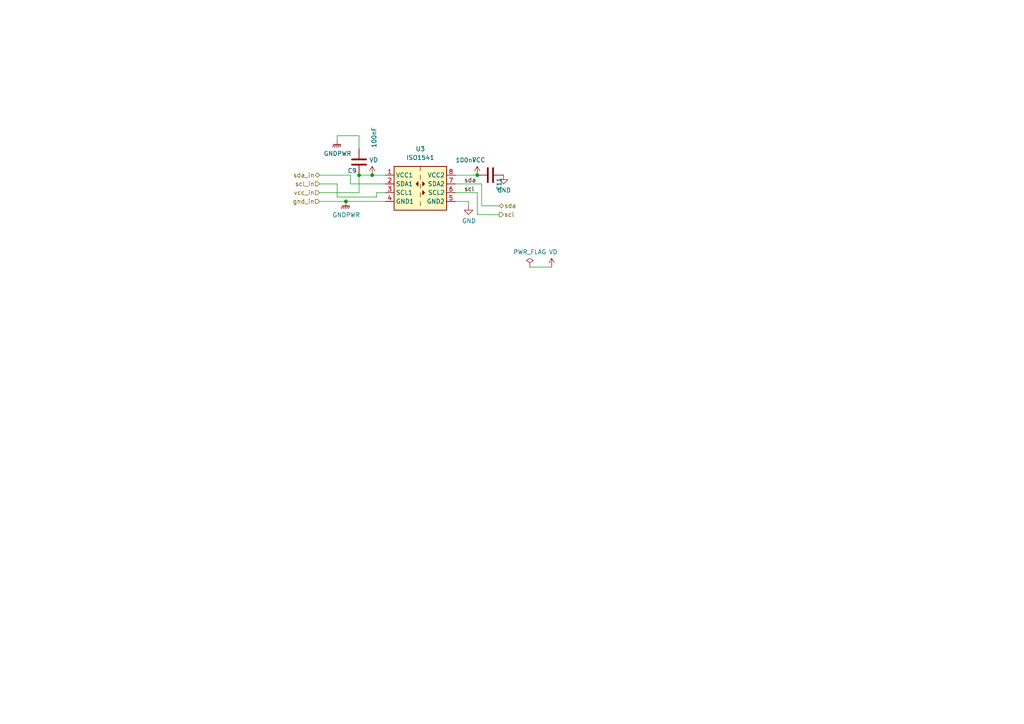
<source format=kicad_sch>
(kicad_sch (version 20230121) (generator eeschema)
  (paper "A4")
  (lib_symbols
    (symbol "Device:C" (pin_numbers hide) (pin_names (offset 0.254))
      (property "Reference" "C" (at 0.635 2.54 0))
      (property "Value" "C" (at 0.635 -2.54 0))
      (symbol "C_0_1"
        (polyline (pts (xy -2.032 -0.762) (xy 2.032 -0.762)) (stroke (width 0.508)))
        (polyline (pts (xy -2.032 0.762) (xy 2.032 0.762)) (stroke (width 0.508)))
      )
      (symbol "C_1_1"
        (pin passive line (at 0 3.81 270) (length 2.794) (name "~") (number "1"))
        (pin passive line (at 0 -3.81 90) (length 2.794) (name "~") (number "2"))
      )
    )
    (symbol "Isolator:ISO1541"
      (property "Reference" "U" (at -6.35 6.35 0))
      (property "Value" "ISO1541" (at 3.81 6.35 0))
      (symbol "ISO1541_0_1"
        (rectangle (start -7.62 5.08) (end 7.62 -7.62) (stroke (width 0.254)) (fill (type background)))
        (rectangle (start 0 -5.08) (end 0 -6.35))
        (polyline (pts (xy 0 -2.54) (xy 0 -3.81)))
        (polyline (pts (xy 0 0) (xy 0 -1.27)))
        (polyline (pts (xy 0 2.54) (xy 0 1.27)))
        (polyline (pts (xy 0 5.08) (xy 0 3.81)))
        (polyline (pts (xy -0.635 0.635) (xy -1.27 0) (xy -0.635 -0.635) (xy -0.635 0.635)) (fill (type outline)))
        (polyline (pts (xy 0.635 -1.905) (xy 1.27 -2.54) (xy 0.635 -3.175) (xy 0.635 -1.905)) (fill (type outline)))
        (polyline (pts (xy 0.635 0.635) (xy 1.27 0) (xy 0.635 -0.635) (xy 0.635 0.635)) (fill (type outline)))
      )
      (symbol "ISO1541_1_1"
        (pin power_in line (at -10.16 2.54 0) (length 2.54) (name "VCC1") (number "1"))
        (pin bidirectional line (at -10.16 0 0) (length 2.54) (name "SDA1") (number "2"))
        (pin input line (at -10.16 -2.54 0) (length 2.54) (name "SCL1") (number "3"))
        (pin power_in line (at -10.16 -5.08 0) (length 2.54) (name "GND1") (number "4"))
        (pin power_in line (at 10.16 -5.08 180) (length 2.54) (name "GND2") (number "5"))
        (pin output line (at 10.16 -2.54 180) (length 2.54) (name "SCL2") (number "6"))
        (pin bidirectional line (at 10.16 0 180) (length 2.54) (name "SDA2") (number "7"))
        (pin power_in line (at 10.16 2.54 180) (length 2.54) (name "VCC2") (number "8"))
      )
    )
    (symbol "power:GND" (power) (pin_names (offset 0))
      (property "Value" "GND" (at 0 -3.81 0))
      (symbol "GND_0_1"
        (polyline (pts (xy 0 0) (xy 0 -1.27) (xy 1.27 -1.27) (xy 0 -2.54) (xy -1.27 -1.27) (xy 0 -1.27)))
      )
      (symbol "GND_1_1"
        (pin power_in line (at 0 0 270) (length 0) hide (name "GND") (number "1"))
      )
    )
    (symbol "power:GNDPWR" (power) (pin_names (offset 0))
      (property "Value" "GNDPWR" (at 0 -3.302 0))
      (symbol "GNDPWR_0_1"
        (polyline (pts (xy 0 -1.27) (xy 0 0)))
        (polyline (pts (xy -1.016 -1.27) (xy -1.27 -2.032) (xy -1.27 -2.032)) (stroke (width 0.2032)))
        (polyline (pts (xy -0.508 -1.27) (xy -0.762 -2.032) (xy -0.762 -2.032)) (stroke (width 0.2032)))
        (polyline (pts (xy 0 -1.27) (xy -0.254 -2.032) (xy -0.254 -2.032)) (stroke (width 0.2032)))
        (polyline (pts (xy 0.508 -1.27) (xy 0.254 -2.032) (xy 0.254 -2.032)) (stroke (width 0.2032)))
        (polyline (pts (xy 1.016 -1.27) (xy -1.016 -1.27) (xy -1.016 -1.27)) (stroke (width 0.2032)))
        (polyline (pts (xy 1.016 -1.27) (xy 0.762 -2.032) (xy 0.762 -2.032) (xy 0.762 -2.032)) (stroke (width 0.2032)))
      )
      (symbol "GNDPWR_1_1"
        (pin power_in line (at 0 0 270) (length 0) hide (name "GNDPWR") (number "1"))
      )
    )
    (symbol "power:PWR_FLAG" (power) (pin_numbers hide) (pin_names (offset 0) hide)
      (property "Value" "PWR_FLAG" (at 0 3.81 0))
      (symbol "PWR_FLAG_0_0"
        (pin power_out line (at 0 0 90) (length 0) (name "pwr") (number "1"))
      )
      (symbol "PWR_FLAG_0_1"
        (polyline (pts (xy 0 0) (xy 0 1.27) (xy -1.016 1.905) (xy 0 2.54) (xy 1.016 1.905) (xy 0 1.27)))
      )
    )
    (symbol "power:VCC" (power) (pin_names (offset 0))
      (property "Value" "VCC" (at 0 3.81 0))
      (symbol "VCC_0_1"
        (polyline (pts (xy -0.762 1.27) (xy 0 2.54)))
        (polyline (pts (xy 0 0) (xy 0 2.54)))
        (polyline (pts (xy 0 2.54) (xy 0.762 1.27)))
      )
      (symbol "VCC_1_1"
        (pin power_in line (at 0 0 90) (length 0) hide (name "VCC") (number "1"))
      )
    )
    (symbol "power:VD" (power) (pin_names (offset 0))
      (property "Value" "VD" (at 0 3.81 0))
      (symbol "VD_0_1"
        (polyline (pts (xy -0.762 1.27) (xy 0 2.54)))
        (polyline (pts (xy 0 0) (xy 0 2.54)))
        (polyline (pts (xy 0 2.54) (xy 0.762 1.27)))
      )
      (symbol "VD_1_1"
        (pin power_in line (at 0 0 90) (length 0) hide (name "VD") (number "1"))
      )
    )
  )
  (junction (at 107.95 50.8))
  (junction (at 100.33 58.42))
  (junction (at 104.14 50.8))
  (junction (at 138.43 50.8))
  (wire (pts (xy 138.43 55.88) (xy 138.43 62.23)))
  (wire (pts (xy 92.71 58.42) (xy 100.33 58.42)))
  (wire (pts (xy 100.33 58.42) (xy 111.76 58.42)))
  (wire (pts (xy 144.78 59.69) (xy 139.7 59.69)))
  (wire (pts (xy 132.08 58.42) (xy 135.89 58.42)))
  (wire (pts (xy 132.08 53.34) (xy 139.7 53.34)))
  (wire (pts (xy 92.71 50.8) (xy 101.6 50.8)))
  (wire (pts (xy 109.22 55.88) (xy 111.76 55.88)))
  (wire (pts (xy 97.79 53.34) (xy 97.79 57.15)))
  (wire (pts (xy 97.79 39.37) (xy 97.79 40.64)))
  (wire (pts (xy 138.43 62.23) (xy 144.78 62.23)))
  (wire (pts (xy 104.14 50.8) (xy 107.95 50.8)))
  (wire (pts (xy 101.6 53.34) (xy 111.76 53.34)))
  (wire (pts (xy 132.08 55.88) (xy 138.43 55.88)))
  (wire (pts (xy 101.6 50.8) (xy 101.6 53.34)))
  (wire (pts (xy 109.22 57.15) (xy 109.22 55.88)))
  (wire (pts (xy 104.14 39.37) (xy 104.14 43.18)))
  (wire (pts (xy 92.71 53.34) (xy 97.79 53.34)))
  (wire (pts (xy 160.02 77.47) (xy 153.67 77.47)))
  (wire (pts (xy 104.14 55.88) (xy 104.14 50.8)))
  (wire (pts (xy 92.71 55.88) (xy 104.14 55.88)))
  (wire (pts (xy 135.89 59.69) (xy 135.89 58.42)))
  (wire (pts (xy 132.08 50.8) (xy 138.43 50.8)))
  (wire (pts (xy 97.79 57.15) (xy 109.22 57.15)))
  (wire (pts (xy 107.95 50.8) (xy 111.76 50.8)))
  (wire (pts (xy 139.7 59.69) (xy 139.7 53.34)))
  (wire (pts (xy 97.79 39.37) (xy 104.14 39.37)))
  (label "sda" (at 134.62 53.34 0))
  (label "scl" (at 134.62 55.88 0))
  (hierarchical_label "gnd_in" (shape input) (at 92.71 58.42 180))
  (hierarchical_label "vcc_in" (shape input) (at 92.71 55.88 180))
  (hierarchical_label "scl" (shape output) (at 144.78 62.23 0))
  (hierarchical_label "sda_in" (shape bidirectional) (at 92.71 50.8 180))
  (hierarchical_label "sda" (shape bidirectional) (at 144.78 59.69 0))
  (hierarchical_label "scl_in" (shape input) (at 92.71 53.34 180))
  (symbol (lib_id "power:GNDPWR") (at 100.33 58.42 0) (unit 1)
    (property "Reference" "#PWR030" (effects hide))
    (property "Value" "GNDPWR" (at 100.4316 62.3316 0))
  )
  (symbol (lib_id "power:VD") (at 160.02 77.47 0) (unit 1)
    (property "Reference" "#PWR041" (effects hide))
    (property "Value" "VD" (at 160.4518 73.0758 0))
  )
  (symbol (lib_id "power:VD") (at 107.95 50.8 0) (unit 1)
    (property "Reference" "#PWR033" (effects hide))
    (property "Value" "VD" (at 108.3818 46.4058 0))
  )
  (symbol (lib_id "power:GND") (at 135.89 59.69 0) (unit 1)
    (property "Reference" "#PWR035" (effects hide))
    (property "Value" "GND" (at 136.017 64.0842 0))
  )
  (symbol (lib_id "Device:C") (at 142.24 50.8 270) (unit 1)
    (property "Reference" "C11" (at 144.78 51.435 0) (effects (justify left)))
    (property "Value" "100nF" (at 132.08 45.72 90) (effects (justify left top)))
    (property "Footprint" "Capacitor_SMD:C_0603_1608Metric_Pad1.05x0.95mm_HandSolder" (effects hide))
    (property "Datasheet" "CC0603KRX7R9BB104" (effects hide))
    (property "MFR" "Samsung" (effects hide))
    (property "MPN" "CC0603KRX7R9BB104" (effects hide))
    (property "SPURL" "-" (effects hide))
    (property "LCSC" "C14663" (effects hide))
  )
  (symbol (lib_id "power:GND") (at 146.05 50.8 0) (unit 1)
    (property "Reference" "#PWR039" (effects hide))
    (property "Value" "GND" (at 146.177 55.1942 0))
  )
  (symbol (lib_id "Device:C") (at 104.14 46.99 180) (unit 1)
    (property "Reference" "C9" (at 103.505 49.53 0) (effects (justify left)))
    (property "Value" "100nF" (at 109.22 36.83 90) (effects (justify left top)))
    (property "Footprint" "Capacitor_SMD:C_0603_1608Metric_Pad1.05x0.95mm_HandSolder" (effects hide))
    (property "Datasheet" "CC0603KRX7R9BB104" (effects hide))
    (property "MFR" "Samsung" (effects hide))
    (property "MPN" "CC0603KRX7R9BB104" (effects hide))
    (property "SPURL" "-" (effects hide))
    (property "LCSC" "C14663" (effects hide))
  )
  (symbol (lib_id "power:VCC") (at 138.43 50.8 0) (unit 1)
    (property "Reference" "#PWR036" (effects hide))
    (property "Value" "VCC" (at 138.8618 46.4058 0))
  )
  (symbol (lib_id "power:PWR_FLAG") (at 153.67 77.47 0) (unit 1)
    (property "Reference" "#FLG04" (effects hide))
    (property "Value" "PWR_FLAG" (at 153.67 73.0758 0))
  )
  (symbol (lib_id "power:GNDPWR") (at 97.79 40.64 0) (unit 1)
    (property "Reference" "#PWR029" (effects hide))
    (property "Value" "GNDPWR" (at 97.8916 44.5516 0))
  )
  (symbol (lib_id "Isolator:ISO1541") (at 121.92 53.34 0) (unit 1)
    (property "Reference" "U3" (at 121.92 43.18 0))
    (property "Value" "ISO1541" (at 121.92 45.72 0))
    (property "Footprint" "Package_SO:SOIC-8_3.9x4.9mm_P1.27mm" (effects hide))
    (property "Datasheet" "http://www.ti.com/lit/ds/symlink/iso1541.pdf" (effects hide))
  )
)
</source>
